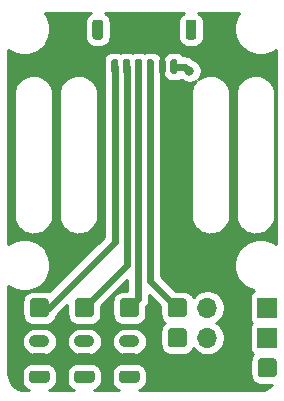
<source format=gbr>
%TF.GenerationSoftware,KiCad,Pcbnew,(5.1.9)-1*%
%TF.CreationDate,2022-05-31T00:32:49+01:00*%
%TF.ProjectId,board,626f6172-642e-46b6-9963-61645f706362,rev?*%
%TF.SameCoordinates,Original*%
%TF.FileFunction,Copper,L1,Top*%
%TF.FilePolarity,Positive*%
%FSLAX46Y46*%
G04 Gerber Fmt 4.6, Leading zero omitted, Abs format (unit mm)*
G04 Created by KiCad (PCBNEW (5.1.9)-1) date 2022-05-31 00:32:49*
%MOMM*%
%LPD*%
G01*
G04 APERTURE LIST*
%TA.AperFunction,ComponentPad*%
%ADD10O,1.730000X1.030000*%
%TD*%
%TA.AperFunction,ComponentPad*%
%ADD11O,1.700000X1.700000*%
%TD*%
%TA.AperFunction,ComponentPad*%
%ADD12R,1.700000X1.700000*%
%TD*%
%TA.AperFunction,ViaPad*%
%ADD13C,0.800000*%
%TD*%
%TA.AperFunction,Conductor*%
%ADD14C,0.600000*%
%TD*%
%TA.AperFunction,Conductor*%
%ADD15C,0.254000*%
%TD*%
%TA.AperFunction,Conductor*%
%ADD16C,0.100000*%
%TD*%
G04 APERTURE END LIST*
%TO.P,J13,1*%
%TO.N,Net-(J1-Pad6)*%
%TA.AperFunction,ComponentPad*%
G36*
G01*
X104686000Y-125434000D02*
X104686000Y-126534000D01*
G75*
G02*
X104436000Y-126784000I-250000J0D01*
G01*
X103336000Y-126784000D01*
G75*
G02*
X103086000Y-126534000I0J250000D01*
G01*
X103086000Y-125434000D01*
G75*
G02*
X103336000Y-125184000I250000J0D01*
G01*
X104436000Y-125184000D01*
G75*
G02*
X104686000Y-125434000I0J-250000D01*
G01*
G37*
%TD.AperFunction*%
%TD*%
%TO.P,J12,1*%
%TO.N,Net-(J11-Pad3)*%
%TA.AperFunction,ComponentPad*%
G36*
G01*
X116120000Y-129324000D02*
X115020000Y-129324000D01*
G75*
G02*
X114770000Y-129074000I0J250000D01*
G01*
X114770000Y-127974000D01*
G75*
G02*
X115020000Y-127724000I250000J0D01*
G01*
X116120000Y-127724000D01*
G75*
G02*
X116370000Y-127974000I0J-250000D01*
G01*
X116370000Y-129074000D01*
G75*
G02*
X116120000Y-129324000I-250000J0D01*
G01*
G37*
%TD.AperFunction*%
%TD*%
%TO.P,J10,1*%
%TO.N,+BATT*%
%TA.AperFunction,ComponentPad*%
G36*
G01*
X120100000Y-130264000D02*
X121200000Y-130264000D01*
G75*
G02*
X121450000Y-130514000I0J-250000D01*
G01*
X121450000Y-131614000D01*
G75*
G02*
X121200000Y-131864000I-250000J0D01*
G01*
X120100000Y-131864000D01*
G75*
G02*
X119850000Y-131614000I0J250000D01*
G01*
X119850000Y-130514000D01*
G75*
G02*
X120100000Y-130264000I250000J0D01*
G01*
G37*
%TD.AperFunction*%
%TD*%
%TO.P,J9,1*%
%TO.N,Net-(J1-Pad3)*%
%TA.AperFunction,ComponentPad*%
G36*
G01*
X116120000Y-126784000D02*
X115020000Y-126784000D01*
G75*
G02*
X114770000Y-126534000I0J250000D01*
G01*
X114770000Y-125434000D01*
G75*
G02*
X115020000Y-125184000I250000J0D01*
G01*
X116120000Y-125184000D01*
G75*
G02*
X116370000Y-125434000I0J-250000D01*
G01*
X116370000Y-126534000D01*
G75*
G02*
X116120000Y-126784000I-250000J0D01*
G01*
G37*
%TD.AperFunction*%
%TD*%
%TO.P,J8,1*%
%TO.N,Net-(J1-Pad4)*%
%TA.AperFunction,ComponentPad*%
G36*
G01*
X110706000Y-126534000D02*
X110706000Y-125434000D01*
G75*
G02*
X110956000Y-125184000I250000J0D01*
G01*
X112056000Y-125184000D01*
G75*
G02*
X112306000Y-125434000I0J-250000D01*
G01*
X112306000Y-126534000D01*
G75*
G02*
X112056000Y-126784000I-250000J0D01*
G01*
X110956000Y-126784000D01*
G75*
G02*
X110706000Y-126534000I0J250000D01*
G01*
G37*
%TD.AperFunction*%
%TD*%
%TO.P,J7,1*%
%TO.N,Net-(J1-Pad5)*%
%TA.AperFunction,ComponentPad*%
G36*
G01*
X106896000Y-126534000D02*
X106896000Y-125434000D01*
G75*
G02*
X107146000Y-125184000I250000J0D01*
G01*
X108246000Y-125184000D01*
G75*
G02*
X108496000Y-125434000I0J-250000D01*
G01*
X108496000Y-126534000D01*
G75*
G02*
X108246000Y-126784000I-250000J0D01*
G01*
X107146000Y-126784000D01*
G75*
G02*
X106896000Y-126534000I0J250000D01*
G01*
G37*
%TD.AperFunction*%
%TD*%
%TO.P,J6,1*%
%TO.N,GND*%
%TA.AperFunction,ComponentPad*%
G36*
G01*
X122640000Y-130264000D02*
X123740000Y-130264000D01*
G75*
G02*
X123990000Y-130514000I0J-250000D01*
G01*
X123990000Y-131614000D01*
G75*
G02*
X123740000Y-131864000I-250000J0D01*
G01*
X122640000Y-131864000D01*
G75*
G02*
X122390000Y-131614000I0J250000D01*
G01*
X122390000Y-130514000D01*
G75*
G02*
X122640000Y-130264000I250000J0D01*
G01*
G37*
%TD.AperFunction*%
%TD*%
D10*
%TO.P,J4,3*%
%TO.N,Net-(J1-Pad4)*%
X111506000Y-128826000D03*
%TO.P,J4,2*%
%TO.N,+BATT*%
X111506000Y-130326000D03*
%TO.P,J4,1*%
%TO.N,GND*%
%TA.AperFunction,ComponentPad*%
G36*
G01*
X112121001Y-132341000D02*
X110890999Y-132341000D01*
G75*
G02*
X110641000Y-132091001I0J249999D01*
G01*
X110641000Y-131560999D01*
G75*
G02*
X110890999Y-131311000I249999J0D01*
G01*
X112121001Y-131311000D01*
G75*
G02*
X112371000Y-131560999I0J-249999D01*
G01*
X112371000Y-132091001D01*
G75*
G02*
X112121001Y-132341000I-249999J0D01*
G01*
G37*
%TD.AperFunction*%
%TD*%
%TO.P,J3,3*%
%TO.N,Net-(J1-Pad5)*%
X107696000Y-128826000D03*
%TO.P,J3,2*%
%TO.N,+BATT*%
X107696000Y-130326000D03*
%TO.P,J3,1*%
%TO.N,GND*%
%TA.AperFunction,ComponentPad*%
G36*
G01*
X108311001Y-132341000D02*
X107080999Y-132341000D01*
G75*
G02*
X106831000Y-132091001I0J249999D01*
G01*
X106831000Y-131560999D01*
G75*
G02*
X107080999Y-131311000I249999J0D01*
G01*
X108311001Y-131311000D01*
G75*
G02*
X108561000Y-131560999I0J-249999D01*
G01*
X108561000Y-132091001D01*
G75*
G02*
X108311001Y-132341000I-249999J0D01*
G01*
G37*
%TD.AperFunction*%
%TD*%
%TO.P,J2,3*%
%TO.N,Net-(J1-Pad6)*%
X103886000Y-128826000D03*
%TO.P,J2,2*%
%TO.N,+BATT*%
X103886000Y-130326000D03*
%TO.P,J2,1*%
%TO.N,GND*%
%TA.AperFunction,ComponentPad*%
G36*
G01*
X104501001Y-132341000D02*
X103270999Y-132341000D01*
G75*
G02*
X103021000Y-132091001I0J249999D01*
G01*
X103021000Y-131560999D01*
G75*
G02*
X103270999Y-131311000I249999J0D01*
G01*
X104501001Y-131311000D01*
G75*
G02*
X104751000Y-131560999I0J-249999D01*
G01*
X104751000Y-132091001D01*
G75*
G02*
X104501001Y-132341000I-249999J0D01*
G01*
G37*
%TD.AperFunction*%
%TD*%
D11*
%TO.P,J11,3*%
%TO.N,Net-(J11-Pad3)*%
X118110000Y-128524000D03*
%TO.P,J11,2*%
%TO.N,+BATT*%
X120650000Y-128524000D03*
D12*
%TO.P,J11,1*%
%TO.N,GND*%
X123190000Y-128524000D03*
%TD*%
%TO.P,J1,MP*%
%TO.N,N/C*%
%TA.AperFunction,SMDPad,CuDef*%
G36*
G01*
X109276000Y-101811000D02*
X109276000Y-103061000D01*
G75*
G02*
X109051000Y-103286000I-225000J0D01*
G01*
X108601000Y-103286000D01*
G75*
G02*
X108376000Y-103061000I0J225000D01*
G01*
X108376000Y-101811000D01*
G75*
G02*
X108601000Y-101586000I225000J0D01*
G01*
X109051000Y-101586000D01*
G75*
G02*
X109276000Y-101811000I0J-225000D01*
G01*
G37*
%TD.AperFunction*%
%TA.AperFunction,SMDPad,CuDef*%
G36*
G01*
X117176000Y-101811000D02*
X117176000Y-103061000D01*
G75*
G02*
X116951000Y-103286000I-225000J0D01*
G01*
X116501000Y-103286000D01*
G75*
G02*
X116276000Y-103061000I0J225000D01*
G01*
X116276000Y-101811000D01*
G75*
G02*
X116501000Y-101586000I225000J0D01*
G01*
X116951000Y-101586000D01*
G75*
G02*
X117176000Y-101811000I0J-225000D01*
G01*
G37*
%TD.AperFunction*%
%TO.P,J1,6*%
%TO.N,Net-(J1-Pad6)*%
%TA.AperFunction,SMDPad,CuDef*%
G36*
G01*
X110576000Y-105086000D02*
X110576000Y-106036000D01*
G75*
G02*
X110426000Y-106186000I-150000J0D01*
G01*
X110126000Y-106186000D01*
G75*
G02*
X109976000Y-106036000I0J150000D01*
G01*
X109976000Y-105086000D01*
G75*
G02*
X110126000Y-104936000I150000J0D01*
G01*
X110426000Y-104936000D01*
G75*
G02*
X110576000Y-105086000I0J-150000D01*
G01*
G37*
%TD.AperFunction*%
%TO.P,J1,5*%
%TO.N,Net-(J1-Pad5)*%
%TA.AperFunction,SMDPad,CuDef*%
G36*
G01*
X111576000Y-105086000D02*
X111576000Y-106036000D01*
G75*
G02*
X111426000Y-106186000I-150000J0D01*
G01*
X111126000Y-106186000D01*
G75*
G02*
X110976000Y-106036000I0J150000D01*
G01*
X110976000Y-105086000D01*
G75*
G02*
X111126000Y-104936000I150000J0D01*
G01*
X111426000Y-104936000D01*
G75*
G02*
X111576000Y-105086000I0J-150000D01*
G01*
G37*
%TD.AperFunction*%
%TO.P,J1,4*%
%TO.N,Net-(J1-Pad4)*%
%TA.AperFunction,SMDPad,CuDef*%
G36*
G01*
X112576000Y-105086000D02*
X112576000Y-106036000D01*
G75*
G02*
X112426000Y-106186000I-150000J0D01*
G01*
X112126000Y-106186000D01*
G75*
G02*
X111976000Y-106036000I0J150000D01*
G01*
X111976000Y-105086000D01*
G75*
G02*
X112126000Y-104936000I150000J0D01*
G01*
X112426000Y-104936000D01*
G75*
G02*
X112576000Y-105086000I0J-150000D01*
G01*
G37*
%TD.AperFunction*%
%TO.P,J1,3*%
%TO.N,Net-(J1-Pad3)*%
%TA.AperFunction,SMDPad,CuDef*%
G36*
G01*
X113576000Y-105086000D02*
X113576000Y-106036000D01*
G75*
G02*
X113426000Y-106186000I-150000J0D01*
G01*
X113126000Y-106186000D01*
G75*
G02*
X112976000Y-106036000I0J150000D01*
G01*
X112976000Y-105086000D01*
G75*
G02*
X113126000Y-104936000I150000J0D01*
G01*
X113426000Y-104936000D01*
G75*
G02*
X113576000Y-105086000I0J-150000D01*
G01*
G37*
%TD.AperFunction*%
%TO.P,J1,2*%
%TO.N,+BATT*%
%TA.AperFunction,SMDPad,CuDef*%
G36*
G01*
X114576000Y-105086000D02*
X114576000Y-106036000D01*
G75*
G02*
X114426000Y-106186000I-150000J0D01*
G01*
X114126000Y-106186000D01*
G75*
G02*
X113976000Y-106036000I0J150000D01*
G01*
X113976000Y-105086000D01*
G75*
G02*
X114126000Y-104936000I150000J0D01*
G01*
X114426000Y-104936000D01*
G75*
G02*
X114576000Y-105086000I0J-150000D01*
G01*
G37*
%TD.AperFunction*%
%TO.P,J1,1*%
%TO.N,GND*%
%TA.AperFunction,SMDPad,CuDef*%
G36*
G01*
X115576000Y-105086000D02*
X115576000Y-106036000D01*
G75*
G02*
X115426000Y-106186000I-150000J0D01*
G01*
X115126000Y-106186000D01*
G75*
G02*
X114976000Y-106036000I0J150000D01*
G01*
X114976000Y-105086000D01*
G75*
G02*
X115126000Y-104936000I150000J0D01*
G01*
X115426000Y-104936000D01*
G75*
G02*
X115576000Y-105086000I0J-150000D01*
G01*
G37*
%TD.AperFunction*%
%TD*%
D11*
%TO.P,J5,3*%
%TO.N,Net-(J1-Pad3)*%
X118110000Y-125984000D03*
%TO.P,J5,2*%
%TO.N,+BATT*%
X120650000Y-125984000D03*
D12*
%TO.P,J5,1*%
%TO.N,GND*%
X123190000Y-125984000D03*
%TD*%
D13*
%TO.N,GND*%
X116586000Y-105918000D03*
%TD*%
D14*
%TO.N,Net-(J1-Pad3)*%
X113276000Y-123690000D02*
X115570000Y-125984000D01*
X113276000Y-105561000D02*
X113276000Y-123690000D01*
%TO.N,GND*%
X116229000Y-105561000D02*
X116586000Y-105918000D01*
X115276000Y-105561000D02*
X116229000Y-105561000D01*
%TO.N,Net-(J1-Pad6)*%
X110276000Y-120394000D02*
X110276000Y-105561000D01*
X104686000Y-125984000D02*
X110276000Y-120394000D01*
X103886000Y-125984000D02*
X104686000Y-125984000D01*
%TO.N,Net-(J1-Pad5)*%
X111276000Y-122404000D02*
X107696000Y-125984000D01*
X111276000Y-105561000D02*
X111276000Y-122404000D01*
%TO.N,Net-(J1-Pad4)*%
X112276000Y-125214000D02*
X111506000Y-125984000D01*
X112276000Y-105561000D02*
X112276000Y-125214000D01*
%TD*%
D15*
%TO.N,+BATT*%
X108121503Y-101093382D02*
X107990716Y-101200716D01*
X107883382Y-101331503D01*
X107803625Y-101480717D01*
X107754512Y-101642623D01*
X107737928Y-101811000D01*
X107737928Y-103061000D01*
X107754512Y-103229377D01*
X107803625Y-103391283D01*
X107883382Y-103540497D01*
X107990716Y-103671284D01*
X108121503Y-103778618D01*
X108270717Y-103858375D01*
X108432623Y-103907488D01*
X108601000Y-103924072D01*
X109051000Y-103924072D01*
X109219377Y-103907488D01*
X109381283Y-103858375D01*
X109530497Y-103778618D01*
X109661284Y-103671284D01*
X109768618Y-103540497D01*
X109848375Y-103391283D01*
X109897488Y-103229377D01*
X109914072Y-103061000D01*
X109914072Y-101811000D01*
X109897488Y-101642623D01*
X109848375Y-101480717D01*
X109768618Y-101331503D01*
X109661284Y-101200716D01*
X109530497Y-101093382D01*
X109423143Y-101036000D01*
X116128857Y-101036000D01*
X116021503Y-101093382D01*
X115890716Y-101200716D01*
X115783382Y-101331503D01*
X115703625Y-101480717D01*
X115654512Y-101642623D01*
X115637928Y-101811000D01*
X115637928Y-103061000D01*
X115654512Y-103229377D01*
X115703625Y-103391283D01*
X115783382Y-103540497D01*
X115890716Y-103671284D01*
X116021503Y-103778618D01*
X116170717Y-103858375D01*
X116332623Y-103907488D01*
X116501000Y-103924072D01*
X116951000Y-103924072D01*
X117119377Y-103907488D01*
X117281283Y-103858375D01*
X117430497Y-103778618D01*
X117561284Y-103671284D01*
X117668618Y-103540497D01*
X117748375Y-103391283D01*
X117797488Y-103229377D01*
X117814072Y-103061000D01*
X117814072Y-101811000D01*
X117797488Y-101642623D01*
X117748375Y-101480717D01*
X117668618Y-101331503D01*
X117561284Y-101200716D01*
X117430497Y-101093382D01*
X117323143Y-101036000D01*
X120812969Y-101036000D01*
X120622458Y-101321120D01*
X120454582Y-101726408D01*
X120369000Y-102156660D01*
X120369000Y-102595340D01*
X120454582Y-103025592D01*
X120622458Y-103430880D01*
X120866176Y-103795630D01*
X121176370Y-104105824D01*
X121541120Y-104349542D01*
X121946408Y-104517418D01*
X122376660Y-104603000D01*
X122815340Y-104603000D01*
X123245592Y-104517418D01*
X123650880Y-104349542D01*
X123936244Y-104158868D01*
X123938494Y-120594635D01*
X123650880Y-120402458D01*
X123245592Y-120234582D01*
X122815340Y-120149000D01*
X122376660Y-120149000D01*
X121946408Y-120234582D01*
X121541120Y-120402458D01*
X121176370Y-120646176D01*
X120866176Y-120956370D01*
X120622458Y-121321120D01*
X120454582Y-121726408D01*
X120369000Y-122156660D01*
X120369000Y-122595340D01*
X120454582Y-123025592D01*
X120622458Y-123430880D01*
X120866176Y-123795630D01*
X121176370Y-124105824D01*
X121541120Y-124349542D01*
X121946408Y-124517418D01*
X122092221Y-124546422D01*
X121985506Y-124603463D01*
X121888815Y-124682815D01*
X121809463Y-124779506D01*
X121750498Y-124889820D01*
X121714188Y-125009518D01*
X121701928Y-125134000D01*
X121701928Y-126834000D01*
X121714188Y-126958482D01*
X121750498Y-127078180D01*
X121809463Y-127188494D01*
X121863222Y-127254000D01*
X121809463Y-127319506D01*
X121750498Y-127429820D01*
X121714188Y-127549518D01*
X121701928Y-127674000D01*
X121701928Y-129374000D01*
X121714188Y-129498482D01*
X121750498Y-129618180D01*
X121809463Y-129728494D01*
X121888815Y-129825185D01*
X121985506Y-129904537D01*
X121993395Y-129908754D01*
X121901595Y-130020614D01*
X121819528Y-130174150D01*
X121768992Y-130340746D01*
X121751928Y-130514000D01*
X121751928Y-131614000D01*
X121768992Y-131787254D01*
X121819528Y-131953850D01*
X121901595Y-132107386D01*
X122012038Y-132241962D01*
X122146614Y-132352405D01*
X122300150Y-132434472D01*
X122466746Y-132485008D01*
X122640000Y-132502072D01*
X123584389Y-132502072D01*
X123548579Y-132545979D01*
X123347546Y-132712288D01*
X123118046Y-132836378D01*
X122868805Y-132913531D01*
X122578911Y-132944000D01*
X112353620Y-132944000D01*
X112460851Y-132911472D01*
X112614387Y-132829405D01*
X112748962Y-132718962D01*
X112859405Y-132584387D01*
X112941472Y-132430851D01*
X112992008Y-132264255D01*
X113009072Y-132091001D01*
X113009072Y-131560999D01*
X112992008Y-131387745D01*
X112941472Y-131221149D01*
X112859405Y-131067613D01*
X112748962Y-130933038D01*
X112614387Y-130822595D01*
X112460851Y-130740528D01*
X112294255Y-130689992D01*
X112121001Y-130672928D01*
X110890999Y-130672928D01*
X110717745Y-130689992D01*
X110551149Y-130740528D01*
X110397613Y-130822595D01*
X110263038Y-130933038D01*
X110152595Y-131067613D01*
X110070528Y-131221149D01*
X110019992Y-131387745D01*
X110002928Y-131560999D01*
X110002928Y-132091001D01*
X110019992Y-132264255D01*
X110070528Y-132430851D01*
X110152595Y-132584387D01*
X110263038Y-132718962D01*
X110397613Y-132829405D01*
X110551149Y-132911472D01*
X110658380Y-132944000D01*
X108543620Y-132944000D01*
X108650851Y-132911472D01*
X108804387Y-132829405D01*
X108938962Y-132718962D01*
X109049405Y-132584387D01*
X109131472Y-132430851D01*
X109182008Y-132264255D01*
X109199072Y-132091001D01*
X109199072Y-131560999D01*
X109182008Y-131387745D01*
X109131472Y-131221149D01*
X109049405Y-131067613D01*
X108938962Y-130933038D01*
X108804387Y-130822595D01*
X108650851Y-130740528D01*
X108484255Y-130689992D01*
X108311001Y-130672928D01*
X107080999Y-130672928D01*
X106907745Y-130689992D01*
X106741149Y-130740528D01*
X106587613Y-130822595D01*
X106453038Y-130933038D01*
X106342595Y-131067613D01*
X106260528Y-131221149D01*
X106209992Y-131387745D01*
X106192928Y-131560999D01*
X106192928Y-132091001D01*
X106209992Y-132264255D01*
X106260528Y-132430851D01*
X106342595Y-132584387D01*
X106453038Y-132718962D01*
X106587613Y-132829405D01*
X106741149Y-132911472D01*
X106848380Y-132944000D01*
X104733620Y-132944000D01*
X104840851Y-132911472D01*
X104994387Y-132829405D01*
X105128962Y-132718962D01*
X105239405Y-132584387D01*
X105321472Y-132430851D01*
X105372008Y-132264255D01*
X105389072Y-132091001D01*
X105389072Y-131560999D01*
X105372008Y-131387745D01*
X105321472Y-131221149D01*
X105239405Y-131067613D01*
X105128962Y-130933038D01*
X104994387Y-130822595D01*
X104840851Y-130740528D01*
X104674255Y-130689992D01*
X104501001Y-130672928D01*
X103270999Y-130672928D01*
X103097745Y-130689992D01*
X102931149Y-130740528D01*
X102777613Y-130822595D01*
X102643038Y-130933038D01*
X102532595Y-131067613D01*
X102450528Y-131221149D01*
X102399992Y-131387745D01*
X102382928Y-131560999D01*
X102382928Y-132091001D01*
X102399992Y-132264255D01*
X102450528Y-132430851D01*
X102532595Y-132584387D01*
X102643038Y-132718962D01*
X102777613Y-132829405D01*
X102931149Y-132911472D01*
X103038380Y-132944000D01*
X102628279Y-132944000D01*
X102336340Y-132915375D01*
X102086571Y-132839965D01*
X101856206Y-132717477D01*
X101654021Y-132552579D01*
X101487712Y-132351546D01*
X101363622Y-132122046D01*
X101286469Y-131872805D01*
X101256000Y-131582911D01*
X101256000Y-128826000D01*
X102380436Y-128826000D01*
X102402640Y-129051439D01*
X102468398Y-129268215D01*
X102575184Y-129467997D01*
X102718893Y-129643107D01*
X102894003Y-129786816D01*
X103093785Y-129893602D01*
X103310561Y-129959360D01*
X103479508Y-129976000D01*
X104292492Y-129976000D01*
X104461439Y-129959360D01*
X104678215Y-129893602D01*
X104877997Y-129786816D01*
X105053107Y-129643107D01*
X105196816Y-129467997D01*
X105303602Y-129268215D01*
X105369360Y-129051439D01*
X105391564Y-128826000D01*
X106190436Y-128826000D01*
X106212640Y-129051439D01*
X106278398Y-129268215D01*
X106385184Y-129467997D01*
X106528893Y-129643107D01*
X106704003Y-129786816D01*
X106903785Y-129893602D01*
X107120561Y-129959360D01*
X107289508Y-129976000D01*
X108102492Y-129976000D01*
X108271439Y-129959360D01*
X108488215Y-129893602D01*
X108687997Y-129786816D01*
X108863107Y-129643107D01*
X109006816Y-129467997D01*
X109113602Y-129268215D01*
X109179360Y-129051439D01*
X109201564Y-128826000D01*
X110000436Y-128826000D01*
X110022640Y-129051439D01*
X110088398Y-129268215D01*
X110195184Y-129467997D01*
X110338893Y-129643107D01*
X110514003Y-129786816D01*
X110713785Y-129893602D01*
X110930561Y-129959360D01*
X111099508Y-129976000D01*
X111912492Y-129976000D01*
X112081439Y-129959360D01*
X112298215Y-129893602D01*
X112497997Y-129786816D01*
X112673107Y-129643107D01*
X112816816Y-129467997D01*
X112923602Y-129268215D01*
X112989360Y-129051439D01*
X113011564Y-128826000D01*
X112989360Y-128600561D01*
X112923602Y-128383785D01*
X112816816Y-128184003D01*
X112673107Y-128008893D01*
X112497997Y-127865184D01*
X112298215Y-127758398D01*
X112081439Y-127692640D01*
X111912492Y-127676000D01*
X111099508Y-127676000D01*
X110930561Y-127692640D01*
X110713785Y-127758398D01*
X110514003Y-127865184D01*
X110338893Y-128008893D01*
X110195184Y-128184003D01*
X110088398Y-128383785D01*
X110022640Y-128600561D01*
X110000436Y-128826000D01*
X109201564Y-128826000D01*
X109179360Y-128600561D01*
X109113602Y-128383785D01*
X109006816Y-128184003D01*
X108863107Y-128008893D01*
X108687997Y-127865184D01*
X108488215Y-127758398D01*
X108271439Y-127692640D01*
X108102492Y-127676000D01*
X107289508Y-127676000D01*
X107120561Y-127692640D01*
X106903785Y-127758398D01*
X106704003Y-127865184D01*
X106528893Y-128008893D01*
X106385184Y-128184003D01*
X106278398Y-128383785D01*
X106212640Y-128600561D01*
X106190436Y-128826000D01*
X105391564Y-128826000D01*
X105369360Y-128600561D01*
X105303602Y-128383785D01*
X105196816Y-128184003D01*
X105053107Y-128008893D01*
X104877997Y-127865184D01*
X104678215Y-127758398D01*
X104461439Y-127692640D01*
X104292492Y-127676000D01*
X103479508Y-127676000D01*
X103310561Y-127692640D01*
X103093785Y-127758398D01*
X102894003Y-127865184D01*
X102718893Y-128008893D01*
X102575184Y-128184003D01*
X102468398Y-128383785D01*
X102402640Y-128600561D01*
X102380436Y-128826000D01*
X101256000Y-128826000D01*
X101256000Y-125434000D01*
X102447928Y-125434000D01*
X102447928Y-126534000D01*
X102464992Y-126707254D01*
X102515528Y-126873850D01*
X102597595Y-127027386D01*
X102708038Y-127161962D01*
X102842614Y-127272405D01*
X102996150Y-127354472D01*
X103162746Y-127405008D01*
X103336000Y-127422072D01*
X104436000Y-127422072D01*
X104609254Y-127405008D01*
X104775850Y-127354472D01*
X104929386Y-127272405D01*
X105063962Y-127161962D01*
X105174405Y-127027386D01*
X105256472Y-126873850D01*
X105307008Y-126707254D01*
X105309509Y-126681856D01*
X105350344Y-126648344D01*
X105379630Y-126612659D01*
X106257928Y-125734361D01*
X106257928Y-126534000D01*
X106274992Y-126707254D01*
X106325528Y-126873850D01*
X106407595Y-127027386D01*
X106518038Y-127161962D01*
X106652614Y-127272405D01*
X106806150Y-127354472D01*
X106972746Y-127405008D01*
X107146000Y-127422072D01*
X108246000Y-127422072D01*
X108419254Y-127405008D01*
X108585850Y-127354472D01*
X108739386Y-127272405D01*
X108873962Y-127161962D01*
X108984405Y-127027386D01*
X109066472Y-126873850D01*
X109117008Y-126707254D01*
X109134072Y-126534000D01*
X109134072Y-125868217D01*
X111341001Y-123661288D01*
X111341001Y-124545928D01*
X110956000Y-124545928D01*
X110782746Y-124562992D01*
X110616150Y-124613528D01*
X110462614Y-124695595D01*
X110328038Y-124806038D01*
X110217595Y-124940614D01*
X110135528Y-125094150D01*
X110084992Y-125260746D01*
X110067928Y-125434000D01*
X110067928Y-126534000D01*
X110084992Y-126707254D01*
X110135528Y-126873850D01*
X110217595Y-127027386D01*
X110328038Y-127161962D01*
X110462614Y-127272405D01*
X110616150Y-127354472D01*
X110782746Y-127405008D01*
X110956000Y-127422072D01*
X112056000Y-127422072D01*
X112229254Y-127405008D01*
X112395850Y-127354472D01*
X112549386Y-127272405D01*
X112683962Y-127161962D01*
X112794405Y-127027386D01*
X112876472Y-126873850D01*
X112927008Y-126707254D01*
X112944072Y-126534000D01*
X112944072Y-125873801D01*
X113057186Y-125735972D01*
X113144007Y-125573540D01*
X113197471Y-125397292D01*
X113211000Y-125259932D01*
X113211000Y-125259926D01*
X113215523Y-125214001D01*
X113211000Y-125168076D01*
X113211000Y-124947289D01*
X114131928Y-125868217D01*
X114131928Y-126534000D01*
X114148992Y-126707254D01*
X114199528Y-126873850D01*
X114281595Y-127027386D01*
X114392038Y-127161962D01*
X114504187Y-127254000D01*
X114392038Y-127346038D01*
X114281595Y-127480614D01*
X114199528Y-127634150D01*
X114148992Y-127800746D01*
X114131928Y-127974000D01*
X114131928Y-129074000D01*
X114148992Y-129247254D01*
X114199528Y-129413850D01*
X114281595Y-129567386D01*
X114392038Y-129701962D01*
X114526614Y-129812405D01*
X114680150Y-129894472D01*
X114846746Y-129945008D01*
X115020000Y-129962072D01*
X116120000Y-129962072D01*
X116293254Y-129945008D01*
X116459850Y-129894472D01*
X116613386Y-129812405D01*
X116747962Y-129701962D01*
X116858405Y-129567386D01*
X116930745Y-129432049D01*
X116956525Y-129470632D01*
X117163368Y-129677475D01*
X117406589Y-129839990D01*
X117676842Y-129951932D01*
X117963740Y-130009000D01*
X118256260Y-130009000D01*
X118543158Y-129951932D01*
X118813411Y-129839990D01*
X119056632Y-129677475D01*
X119263475Y-129470632D01*
X119425990Y-129227411D01*
X119537932Y-128957158D01*
X119595000Y-128670260D01*
X119595000Y-128377740D01*
X119537932Y-128090842D01*
X119425990Y-127820589D01*
X119263475Y-127577368D01*
X119056632Y-127370525D01*
X118882240Y-127254000D01*
X119056632Y-127137475D01*
X119263475Y-126930632D01*
X119425990Y-126687411D01*
X119537932Y-126417158D01*
X119595000Y-126130260D01*
X119595000Y-125837740D01*
X119537932Y-125550842D01*
X119425990Y-125280589D01*
X119263475Y-125037368D01*
X119056632Y-124830525D01*
X118813411Y-124668010D01*
X118543158Y-124556068D01*
X118256260Y-124499000D01*
X117963740Y-124499000D01*
X117676842Y-124556068D01*
X117406589Y-124668010D01*
X117163368Y-124830525D01*
X116956525Y-125037368D01*
X116930745Y-125075951D01*
X116858405Y-124940614D01*
X116747962Y-124806038D01*
X116613386Y-124695595D01*
X116459850Y-124613528D01*
X116293254Y-124562992D01*
X116120000Y-124545928D01*
X115454217Y-124545928D01*
X114211000Y-123302711D01*
X114211000Y-106067190D01*
X114214072Y-106036000D01*
X114214072Y-105561000D01*
X114336476Y-105561000D01*
X114337928Y-105575742D01*
X114337928Y-106036000D01*
X114353071Y-106189745D01*
X114397916Y-106337582D01*
X114470742Y-106473829D01*
X114568749Y-106593251D01*
X114688171Y-106691258D01*
X114824418Y-106764084D01*
X114972255Y-106808929D01*
X115126000Y-106824072D01*
X115426000Y-106824072D01*
X115579745Y-106808929D01*
X115727582Y-106764084D01*
X115863829Y-106691258D01*
X115881250Y-106676961D01*
X115926226Y-106721937D01*
X116095744Y-106835205D01*
X116284102Y-106913226D01*
X116484061Y-106953000D01*
X116687939Y-106953000D01*
X116887898Y-106913226D01*
X117076256Y-106835205D01*
X117186908Y-106761270D01*
X117180237Y-106767988D01*
X117137487Y-106809851D01*
X117131613Y-106816952D01*
X117006289Y-106970614D01*
X116973174Y-107020456D01*
X116939390Y-107069796D01*
X116935007Y-107077902D01*
X116841916Y-107252980D01*
X116819125Y-107308275D01*
X116795554Y-107363270D01*
X116792829Y-107372073D01*
X116735518Y-107561900D01*
X116723900Y-107620580D01*
X116711463Y-107679087D01*
X116710500Y-107688252D01*
X116691150Y-107885594D01*
X116691150Y-107885599D01*
X116688000Y-107917582D01*
X116688001Y-118142419D01*
X116691249Y-118175397D01*
X116691249Y-118188591D01*
X116692212Y-118197756D01*
X116714315Y-118394808D01*
X116726747Y-118453295D01*
X116738370Y-118511997D01*
X116741096Y-118520800D01*
X116801052Y-118709808D01*
X116824612Y-118764778D01*
X116847414Y-118820099D01*
X116851797Y-118828205D01*
X116947324Y-119001966D01*
X116981130Y-119051338D01*
X117014221Y-119101144D01*
X117020095Y-119108245D01*
X117147552Y-119260142D01*
X117190263Y-119301968D01*
X117232441Y-119344442D01*
X117239583Y-119350266D01*
X117394116Y-119474515D01*
X117444170Y-119507269D01*
X117493765Y-119540722D01*
X117501901Y-119545048D01*
X117677625Y-119636914D01*
X117733078Y-119659318D01*
X117788233Y-119682503D01*
X117797055Y-119685166D01*
X117987276Y-119741151D01*
X118046010Y-119752355D01*
X118104633Y-119764389D01*
X118113805Y-119765288D01*
X118311277Y-119783259D01*
X118371094Y-119782841D01*
X118430911Y-119783259D01*
X118440083Y-119782359D01*
X118637284Y-119761632D01*
X118695834Y-119749613D01*
X118754639Y-119738396D01*
X118763461Y-119735732D01*
X118952882Y-119677097D01*
X119008009Y-119653924D01*
X119063492Y-119631507D01*
X119071629Y-119627181D01*
X119246052Y-119532870D01*
X119295636Y-119499425D01*
X119345699Y-119466665D01*
X119352840Y-119460841D01*
X119505624Y-119334446D01*
X119547744Y-119292031D01*
X119590513Y-119250149D01*
X119596387Y-119243048D01*
X119721711Y-119089386D01*
X119754803Y-119039577D01*
X119788610Y-118990205D01*
X119792993Y-118982098D01*
X119886084Y-118807020D01*
X119908875Y-118751725D01*
X119932446Y-118696730D01*
X119935171Y-118687926D01*
X119992482Y-118498100D01*
X120004098Y-118439434D01*
X120016537Y-118380913D01*
X120017500Y-118371748D01*
X120036850Y-118174407D01*
X120036850Y-118174402D01*
X120040000Y-118142419D01*
X120040000Y-107917582D01*
X120498000Y-107917582D01*
X120498001Y-118142419D01*
X120501249Y-118175397D01*
X120501249Y-118188591D01*
X120502212Y-118197756D01*
X120524315Y-118394808D01*
X120536747Y-118453295D01*
X120548370Y-118511997D01*
X120551096Y-118520800D01*
X120611052Y-118709808D01*
X120634612Y-118764778D01*
X120657414Y-118820099D01*
X120661797Y-118828205D01*
X120757324Y-119001966D01*
X120791130Y-119051338D01*
X120824221Y-119101144D01*
X120830095Y-119108245D01*
X120957552Y-119260142D01*
X121000263Y-119301968D01*
X121042441Y-119344442D01*
X121049583Y-119350266D01*
X121204116Y-119474515D01*
X121254170Y-119507269D01*
X121303765Y-119540722D01*
X121311901Y-119545048D01*
X121487625Y-119636914D01*
X121543078Y-119659318D01*
X121598233Y-119682503D01*
X121607055Y-119685166D01*
X121797276Y-119741151D01*
X121856010Y-119752355D01*
X121914633Y-119764389D01*
X121923805Y-119765288D01*
X122121277Y-119783259D01*
X122181094Y-119782841D01*
X122240911Y-119783259D01*
X122250083Y-119782359D01*
X122447284Y-119761632D01*
X122505834Y-119749613D01*
X122564639Y-119738396D01*
X122573461Y-119735732D01*
X122762882Y-119677097D01*
X122818009Y-119653924D01*
X122873492Y-119631507D01*
X122881629Y-119627181D01*
X123056052Y-119532870D01*
X123105636Y-119499425D01*
X123155699Y-119466665D01*
X123162840Y-119460841D01*
X123315624Y-119334446D01*
X123357744Y-119292031D01*
X123400513Y-119250149D01*
X123406387Y-119243048D01*
X123531711Y-119089386D01*
X123564803Y-119039577D01*
X123598610Y-118990205D01*
X123602993Y-118982098D01*
X123696084Y-118807020D01*
X123718875Y-118751725D01*
X123742446Y-118696730D01*
X123745171Y-118687926D01*
X123802482Y-118498100D01*
X123814098Y-118439434D01*
X123826537Y-118380913D01*
X123827500Y-118371748D01*
X123846850Y-118174407D01*
X123846850Y-118174402D01*
X123850000Y-118142419D01*
X123850000Y-107917581D01*
X123846751Y-107884593D01*
X123846751Y-107871409D01*
X123845788Y-107862244D01*
X123823685Y-107665192D01*
X123811251Y-107606699D01*
X123799630Y-107548003D01*
X123796904Y-107539200D01*
X123736948Y-107350193D01*
X123713400Y-107295249D01*
X123690586Y-107239900D01*
X123686203Y-107231794D01*
X123590676Y-107058034D01*
X123556892Y-107008695D01*
X123523779Y-106958855D01*
X123517905Y-106951755D01*
X123390448Y-106799857D01*
X123347718Y-106758013D01*
X123305559Y-106715558D01*
X123298417Y-106709734D01*
X123143883Y-106585485D01*
X123093847Y-106552742D01*
X123044235Y-106519278D01*
X123036098Y-106514952D01*
X122860375Y-106423086D01*
X122804936Y-106400688D01*
X122749768Y-106377497D01*
X122740946Y-106374834D01*
X122550724Y-106318849D01*
X122492016Y-106307650D01*
X122433367Y-106295611D01*
X122424195Y-106294712D01*
X122226723Y-106276741D01*
X122166906Y-106277159D01*
X122107088Y-106276741D01*
X122097917Y-106277641D01*
X121900715Y-106298368D01*
X121842151Y-106310390D01*
X121783362Y-106321604D01*
X121774540Y-106324268D01*
X121585118Y-106382903D01*
X121530005Y-106406071D01*
X121474507Y-106428493D01*
X121466371Y-106432820D01*
X121291947Y-106527130D01*
X121242331Y-106560597D01*
X121192301Y-106593335D01*
X121185160Y-106599159D01*
X121032376Y-106725553D01*
X120990237Y-106767988D01*
X120947487Y-106809851D01*
X120941613Y-106816952D01*
X120816289Y-106970614D01*
X120783174Y-107020456D01*
X120749390Y-107069796D01*
X120745007Y-107077902D01*
X120651916Y-107252980D01*
X120629125Y-107308275D01*
X120605554Y-107363270D01*
X120602829Y-107372073D01*
X120545518Y-107561900D01*
X120533900Y-107620580D01*
X120521463Y-107679087D01*
X120520500Y-107688252D01*
X120501150Y-107885594D01*
X120501150Y-107885599D01*
X120498000Y-107917582D01*
X120040000Y-107917582D01*
X120040000Y-107917581D01*
X120036751Y-107884593D01*
X120036751Y-107871409D01*
X120035788Y-107862244D01*
X120013685Y-107665192D01*
X120001251Y-107606699D01*
X119989630Y-107548003D01*
X119986904Y-107539200D01*
X119926948Y-107350193D01*
X119903400Y-107295249D01*
X119880586Y-107239900D01*
X119876203Y-107231794D01*
X119780676Y-107058034D01*
X119746892Y-107008695D01*
X119713779Y-106958855D01*
X119707905Y-106951755D01*
X119580448Y-106799857D01*
X119537718Y-106758013D01*
X119495559Y-106715558D01*
X119488417Y-106709734D01*
X119333883Y-106585485D01*
X119283847Y-106552742D01*
X119234235Y-106519278D01*
X119226098Y-106514952D01*
X119050375Y-106423086D01*
X118994936Y-106400688D01*
X118939768Y-106377497D01*
X118930946Y-106374834D01*
X118740724Y-106318849D01*
X118682016Y-106307650D01*
X118623367Y-106295611D01*
X118614195Y-106294712D01*
X118416723Y-106276741D01*
X118356906Y-106277159D01*
X118297088Y-106276741D01*
X118287917Y-106277641D01*
X118090715Y-106298368D01*
X118032151Y-106310390D01*
X117973362Y-106321604D01*
X117964540Y-106324268D01*
X117775118Y-106382903D01*
X117720005Y-106406071D01*
X117664507Y-106428493D01*
X117656371Y-106432820D01*
X117481947Y-106527130D01*
X117432331Y-106560597D01*
X117382301Y-106593335D01*
X117375160Y-106599159D01*
X117336903Y-106630808D01*
X117389937Y-106577774D01*
X117503205Y-106408256D01*
X117581226Y-106219898D01*
X117621000Y-106019939D01*
X117621000Y-105816061D01*
X117581226Y-105616102D01*
X117503205Y-105427744D01*
X117389937Y-105258226D01*
X117245774Y-105114063D01*
X117076256Y-105000795D01*
X116930858Y-104940569D01*
X116922630Y-104932341D01*
X116893344Y-104896656D01*
X116750972Y-104779814D01*
X116588540Y-104692993D01*
X116412292Y-104639529D01*
X116274932Y-104626000D01*
X116229000Y-104621476D01*
X116183068Y-104626000D01*
X116063063Y-104626000D01*
X115983251Y-104528749D01*
X115863829Y-104430742D01*
X115727582Y-104357916D01*
X115579745Y-104313071D01*
X115426000Y-104297928D01*
X115126000Y-104297928D01*
X114972255Y-104313071D01*
X114824418Y-104357916D01*
X114688171Y-104430742D01*
X114568749Y-104528749D01*
X114470742Y-104648171D01*
X114397916Y-104784418D01*
X114353071Y-104932255D01*
X114337928Y-105086000D01*
X114337928Y-105546258D01*
X114336476Y-105561000D01*
X114214072Y-105561000D01*
X114214072Y-105086000D01*
X114198929Y-104932255D01*
X114154084Y-104784418D01*
X114081258Y-104648171D01*
X113983251Y-104528749D01*
X113863829Y-104430742D01*
X113727582Y-104357916D01*
X113579745Y-104313071D01*
X113426000Y-104297928D01*
X113126000Y-104297928D01*
X112972255Y-104313071D01*
X112824418Y-104357916D01*
X112776000Y-104383796D01*
X112727582Y-104357916D01*
X112579745Y-104313071D01*
X112426000Y-104297928D01*
X112126000Y-104297928D01*
X111972255Y-104313071D01*
X111824418Y-104357916D01*
X111776000Y-104383796D01*
X111727582Y-104357916D01*
X111579745Y-104313071D01*
X111426000Y-104297928D01*
X111126000Y-104297928D01*
X110972255Y-104313071D01*
X110824418Y-104357916D01*
X110776000Y-104383796D01*
X110727582Y-104357916D01*
X110579745Y-104313071D01*
X110426000Y-104297928D01*
X110126000Y-104297928D01*
X109972255Y-104313071D01*
X109824418Y-104357916D01*
X109688171Y-104430742D01*
X109568749Y-104528749D01*
X109470742Y-104648171D01*
X109397916Y-104784418D01*
X109353071Y-104932255D01*
X109337928Y-105086000D01*
X109337928Y-106036000D01*
X109341001Y-106067199D01*
X109341000Y-120006711D01*
X104743881Y-124603830D01*
X104609254Y-124562992D01*
X104436000Y-124545928D01*
X103336000Y-124545928D01*
X103162746Y-124562992D01*
X102996150Y-124613528D01*
X102842614Y-124695595D01*
X102708038Y-124806038D01*
X102597595Y-124940614D01*
X102515528Y-125094150D01*
X102464992Y-125260746D01*
X102447928Y-125434000D01*
X101256000Y-125434000D01*
X101256000Y-124159031D01*
X101541120Y-124349542D01*
X101946408Y-124517418D01*
X102376660Y-124603000D01*
X102815340Y-124603000D01*
X103245592Y-124517418D01*
X103650880Y-124349542D01*
X104015630Y-124105824D01*
X104325824Y-123795630D01*
X104569542Y-123430880D01*
X104737418Y-123025592D01*
X104823000Y-122595340D01*
X104823000Y-122156660D01*
X104737418Y-121726408D01*
X104569542Y-121321120D01*
X104325824Y-120956370D01*
X104015630Y-120646176D01*
X103650880Y-120402458D01*
X103245592Y-120234582D01*
X102815340Y-120149000D01*
X102376660Y-120149000D01*
X101946408Y-120234582D01*
X101541120Y-120402458D01*
X101256000Y-120592969D01*
X101256000Y-107917582D01*
X101702000Y-107917582D01*
X101702001Y-118142419D01*
X101705249Y-118175397D01*
X101705249Y-118188591D01*
X101706212Y-118197756D01*
X101728315Y-118394808D01*
X101740747Y-118453295D01*
X101752370Y-118511997D01*
X101755096Y-118520800D01*
X101815052Y-118709808D01*
X101838612Y-118764778D01*
X101861414Y-118820099D01*
X101865797Y-118828205D01*
X101961324Y-119001966D01*
X101995130Y-119051338D01*
X102028221Y-119101144D01*
X102034095Y-119108245D01*
X102161552Y-119260142D01*
X102204263Y-119301968D01*
X102246441Y-119344442D01*
X102253583Y-119350266D01*
X102408116Y-119474515D01*
X102458170Y-119507269D01*
X102507765Y-119540722D01*
X102515901Y-119545048D01*
X102691625Y-119636914D01*
X102747078Y-119659318D01*
X102802233Y-119682503D01*
X102811055Y-119685166D01*
X103001276Y-119741151D01*
X103060010Y-119752355D01*
X103118633Y-119764389D01*
X103127805Y-119765288D01*
X103325277Y-119783259D01*
X103385094Y-119782841D01*
X103444911Y-119783259D01*
X103454083Y-119782359D01*
X103651284Y-119761632D01*
X103709834Y-119749613D01*
X103768639Y-119738396D01*
X103777461Y-119735732D01*
X103966882Y-119677097D01*
X104022009Y-119653924D01*
X104077492Y-119631507D01*
X104085629Y-119627181D01*
X104260052Y-119532870D01*
X104309636Y-119499425D01*
X104359699Y-119466665D01*
X104366840Y-119460841D01*
X104519624Y-119334446D01*
X104561744Y-119292031D01*
X104604513Y-119250149D01*
X104610387Y-119243048D01*
X104735711Y-119089386D01*
X104768803Y-119039577D01*
X104802610Y-118990205D01*
X104806993Y-118982098D01*
X104900084Y-118807020D01*
X104922875Y-118751725D01*
X104946446Y-118696730D01*
X104949171Y-118687926D01*
X105006482Y-118498100D01*
X105018098Y-118439434D01*
X105030537Y-118380913D01*
X105031500Y-118371748D01*
X105050850Y-118174407D01*
X105050850Y-118174402D01*
X105054000Y-118142419D01*
X105054000Y-107917582D01*
X105512000Y-107917582D01*
X105512001Y-118142419D01*
X105515249Y-118175397D01*
X105515249Y-118188591D01*
X105516212Y-118197756D01*
X105538315Y-118394808D01*
X105550747Y-118453295D01*
X105562370Y-118511997D01*
X105565096Y-118520800D01*
X105625052Y-118709808D01*
X105648612Y-118764778D01*
X105671414Y-118820099D01*
X105675797Y-118828205D01*
X105771324Y-119001966D01*
X105805130Y-119051338D01*
X105838221Y-119101144D01*
X105844095Y-119108245D01*
X105971552Y-119260142D01*
X106014263Y-119301968D01*
X106056441Y-119344442D01*
X106063583Y-119350266D01*
X106218116Y-119474515D01*
X106268170Y-119507269D01*
X106317765Y-119540722D01*
X106325901Y-119545048D01*
X106501625Y-119636914D01*
X106557078Y-119659318D01*
X106612233Y-119682503D01*
X106621055Y-119685166D01*
X106811276Y-119741151D01*
X106870010Y-119752355D01*
X106928633Y-119764389D01*
X106937805Y-119765288D01*
X107135277Y-119783259D01*
X107195094Y-119782841D01*
X107254911Y-119783259D01*
X107264083Y-119782359D01*
X107461284Y-119761632D01*
X107519834Y-119749613D01*
X107578639Y-119738396D01*
X107587461Y-119735732D01*
X107776882Y-119677097D01*
X107832009Y-119653924D01*
X107887492Y-119631507D01*
X107895629Y-119627181D01*
X108070052Y-119532870D01*
X108119636Y-119499425D01*
X108169699Y-119466665D01*
X108176840Y-119460841D01*
X108329624Y-119334446D01*
X108371744Y-119292031D01*
X108414513Y-119250149D01*
X108420387Y-119243048D01*
X108545711Y-119089386D01*
X108578803Y-119039577D01*
X108612610Y-118990205D01*
X108616993Y-118982098D01*
X108710084Y-118807020D01*
X108732875Y-118751725D01*
X108756446Y-118696730D01*
X108759171Y-118687926D01*
X108816482Y-118498100D01*
X108828098Y-118439434D01*
X108840537Y-118380913D01*
X108841500Y-118371748D01*
X108860850Y-118174407D01*
X108860850Y-118174402D01*
X108864000Y-118142419D01*
X108864000Y-107917581D01*
X108860751Y-107884593D01*
X108860751Y-107871409D01*
X108859788Y-107862244D01*
X108837685Y-107665192D01*
X108825251Y-107606699D01*
X108813630Y-107548003D01*
X108810904Y-107539200D01*
X108750948Y-107350193D01*
X108727400Y-107295249D01*
X108704586Y-107239900D01*
X108700203Y-107231794D01*
X108604676Y-107058034D01*
X108570892Y-107008695D01*
X108537779Y-106958855D01*
X108531905Y-106951755D01*
X108404448Y-106799857D01*
X108361718Y-106758013D01*
X108319559Y-106715558D01*
X108312417Y-106709734D01*
X108157883Y-106585485D01*
X108107847Y-106552742D01*
X108058235Y-106519278D01*
X108050098Y-106514952D01*
X107874375Y-106423086D01*
X107818936Y-106400688D01*
X107763768Y-106377497D01*
X107754946Y-106374834D01*
X107564724Y-106318849D01*
X107506016Y-106307650D01*
X107447367Y-106295611D01*
X107438195Y-106294712D01*
X107240723Y-106276741D01*
X107180906Y-106277159D01*
X107121088Y-106276741D01*
X107111917Y-106277641D01*
X106914715Y-106298368D01*
X106856151Y-106310390D01*
X106797362Y-106321604D01*
X106788540Y-106324268D01*
X106599118Y-106382903D01*
X106544005Y-106406071D01*
X106488507Y-106428493D01*
X106480371Y-106432820D01*
X106305947Y-106527130D01*
X106256331Y-106560597D01*
X106206301Y-106593335D01*
X106199160Y-106599159D01*
X106046376Y-106725553D01*
X106004237Y-106767988D01*
X105961487Y-106809851D01*
X105955613Y-106816952D01*
X105830289Y-106970614D01*
X105797174Y-107020456D01*
X105763390Y-107069796D01*
X105759007Y-107077902D01*
X105665916Y-107252980D01*
X105643125Y-107308275D01*
X105619554Y-107363270D01*
X105616829Y-107372073D01*
X105559518Y-107561900D01*
X105547900Y-107620580D01*
X105535463Y-107679087D01*
X105534500Y-107688252D01*
X105515150Y-107885594D01*
X105515150Y-107885599D01*
X105512000Y-107917582D01*
X105054000Y-107917582D01*
X105054000Y-107917581D01*
X105050751Y-107884593D01*
X105050751Y-107871409D01*
X105049788Y-107862244D01*
X105027685Y-107665192D01*
X105015251Y-107606699D01*
X105003630Y-107548003D01*
X105000904Y-107539200D01*
X104940948Y-107350193D01*
X104917400Y-107295249D01*
X104894586Y-107239900D01*
X104890203Y-107231794D01*
X104794676Y-107058034D01*
X104760892Y-107008695D01*
X104727779Y-106958855D01*
X104721905Y-106951755D01*
X104594448Y-106799857D01*
X104551718Y-106758013D01*
X104509559Y-106715558D01*
X104502417Y-106709734D01*
X104347883Y-106585485D01*
X104297847Y-106552742D01*
X104248235Y-106519278D01*
X104240098Y-106514952D01*
X104064375Y-106423086D01*
X104008936Y-106400688D01*
X103953768Y-106377497D01*
X103944946Y-106374834D01*
X103754724Y-106318849D01*
X103696016Y-106307650D01*
X103637367Y-106295611D01*
X103628195Y-106294712D01*
X103430723Y-106276741D01*
X103370906Y-106277159D01*
X103311088Y-106276741D01*
X103301917Y-106277641D01*
X103104715Y-106298368D01*
X103046151Y-106310390D01*
X102987362Y-106321604D01*
X102978540Y-106324268D01*
X102789118Y-106382903D01*
X102734005Y-106406071D01*
X102678507Y-106428493D01*
X102670371Y-106432820D01*
X102495947Y-106527130D01*
X102446331Y-106560597D01*
X102396301Y-106593335D01*
X102389160Y-106599159D01*
X102236376Y-106725553D01*
X102194237Y-106767988D01*
X102151487Y-106809851D01*
X102145613Y-106816952D01*
X102020289Y-106970614D01*
X101987174Y-107020456D01*
X101953390Y-107069796D01*
X101949007Y-107077902D01*
X101855916Y-107252980D01*
X101833125Y-107308275D01*
X101809554Y-107363270D01*
X101806829Y-107372073D01*
X101749518Y-107561900D01*
X101737900Y-107620580D01*
X101725463Y-107679087D01*
X101724500Y-107688252D01*
X101705150Y-107885594D01*
X101705150Y-107885599D01*
X101702000Y-107917582D01*
X101256000Y-107917582D01*
X101256000Y-104159031D01*
X101541120Y-104349542D01*
X101946408Y-104517418D01*
X102376660Y-104603000D01*
X102815340Y-104603000D01*
X103245592Y-104517418D01*
X103650880Y-104349542D01*
X104015630Y-104105824D01*
X104325824Y-103795630D01*
X104569542Y-103430880D01*
X104737418Y-103025592D01*
X104823000Y-102595340D01*
X104823000Y-102156660D01*
X104737418Y-101726408D01*
X104569542Y-101321120D01*
X104379031Y-101036000D01*
X108228857Y-101036000D01*
X108121503Y-101093382D01*
%TA.AperFunction,Conductor*%
D16*
G36*
X108121503Y-101093382D02*
G01*
X107990716Y-101200716D01*
X107883382Y-101331503D01*
X107803625Y-101480717D01*
X107754512Y-101642623D01*
X107737928Y-101811000D01*
X107737928Y-103061000D01*
X107754512Y-103229377D01*
X107803625Y-103391283D01*
X107883382Y-103540497D01*
X107990716Y-103671284D01*
X108121503Y-103778618D01*
X108270717Y-103858375D01*
X108432623Y-103907488D01*
X108601000Y-103924072D01*
X109051000Y-103924072D01*
X109219377Y-103907488D01*
X109381283Y-103858375D01*
X109530497Y-103778618D01*
X109661284Y-103671284D01*
X109768618Y-103540497D01*
X109848375Y-103391283D01*
X109897488Y-103229377D01*
X109914072Y-103061000D01*
X109914072Y-101811000D01*
X109897488Y-101642623D01*
X109848375Y-101480717D01*
X109768618Y-101331503D01*
X109661284Y-101200716D01*
X109530497Y-101093382D01*
X109423143Y-101036000D01*
X116128857Y-101036000D01*
X116021503Y-101093382D01*
X115890716Y-101200716D01*
X115783382Y-101331503D01*
X115703625Y-101480717D01*
X115654512Y-101642623D01*
X115637928Y-101811000D01*
X115637928Y-103061000D01*
X115654512Y-103229377D01*
X115703625Y-103391283D01*
X115783382Y-103540497D01*
X115890716Y-103671284D01*
X116021503Y-103778618D01*
X116170717Y-103858375D01*
X116332623Y-103907488D01*
X116501000Y-103924072D01*
X116951000Y-103924072D01*
X117119377Y-103907488D01*
X117281283Y-103858375D01*
X117430497Y-103778618D01*
X117561284Y-103671284D01*
X117668618Y-103540497D01*
X117748375Y-103391283D01*
X117797488Y-103229377D01*
X117814072Y-103061000D01*
X117814072Y-101811000D01*
X117797488Y-101642623D01*
X117748375Y-101480717D01*
X117668618Y-101331503D01*
X117561284Y-101200716D01*
X117430497Y-101093382D01*
X117323143Y-101036000D01*
X120812969Y-101036000D01*
X120622458Y-101321120D01*
X120454582Y-101726408D01*
X120369000Y-102156660D01*
X120369000Y-102595340D01*
X120454582Y-103025592D01*
X120622458Y-103430880D01*
X120866176Y-103795630D01*
X121176370Y-104105824D01*
X121541120Y-104349542D01*
X121946408Y-104517418D01*
X122376660Y-104603000D01*
X122815340Y-104603000D01*
X123245592Y-104517418D01*
X123650880Y-104349542D01*
X123936244Y-104158868D01*
X123938494Y-120594635D01*
X123650880Y-120402458D01*
X123245592Y-120234582D01*
X122815340Y-120149000D01*
X122376660Y-120149000D01*
X121946408Y-120234582D01*
X121541120Y-120402458D01*
X121176370Y-120646176D01*
X120866176Y-120956370D01*
X120622458Y-121321120D01*
X120454582Y-121726408D01*
X120369000Y-122156660D01*
X120369000Y-122595340D01*
X120454582Y-123025592D01*
X120622458Y-123430880D01*
X120866176Y-123795630D01*
X121176370Y-124105824D01*
X121541120Y-124349542D01*
X121946408Y-124517418D01*
X122092221Y-124546422D01*
X121985506Y-124603463D01*
X121888815Y-124682815D01*
X121809463Y-124779506D01*
X121750498Y-124889820D01*
X121714188Y-125009518D01*
X121701928Y-125134000D01*
X121701928Y-126834000D01*
X121714188Y-126958482D01*
X121750498Y-127078180D01*
X121809463Y-127188494D01*
X121863222Y-127254000D01*
X121809463Y-127319506D01*
X121750498Y-127429820D01*
X121714188Y-127549518D01*
X121701928Y-127674000D01*
X121701928Y-129374000D01*
X121714188Y-129498482D01*
X121750498Y-129618180D01*
X121809463Y-129728494D01*
X121888815Y-129825185D01*
X121985506Y-129904537D01*
X121993395Y-129908754D01*
X121901595Y-130020614D01*
X121819528Y-130174150D01*
X121768992Y-130340746D01*
X121751928Y-130514000D01*
X121751928Y-131614000D01*
X121768992Y-131787254D01*
X121819528Y-131953850D01*
X121901595Y-132107386D01*
X122012038Y-132241962D01*
X122146614Y-132352405D01*
X122300150Y-132434472D01*
X122466746Y-132485008D01*
X122640000Y-132502072D01*
X123584389Y-132502072D01*
X123548579Y-132545979D01*
X123347546Y-132712288D01*
X123118046Y-132836378D01*
X122868805Y-132913531D01*
X122578911Y-132944000D01*
X112353620Y-132944000D01*
X112460851Y-132911472D01*
X112614387Y-132829405D01*
X112748962Y-132718962D01*
X112859405Y-132584387D01*
X112941472Y-132430851D01*
X112992008Y-132264255D01*
X113009072Y-132091001D01*
X113009072Y-131560999D01*
X112992008Y-131387745D01*
X112941472Y-131221149D01*
X112859405Y-131067613D01*
X112748962Y-130933038D01*
X112614387Y-130822595D01*
X112460851Y-130740528D01*
X112294255Y-130689992D01*
X112121001Y-130672928D01*
X110890999Y-130672928D01*
X110717745Y-130689992D01*
X110551149Y-130740528D01*
X110397613Y-130822595D01*
X110263038Y-130933038D01*
X110152595Y-131067613D01*
X110070528Y-131221149D01*
X110019992Y-131387745D01*
X110002928Y-131560999D01*
X110002928Y-132091001D01*
X110019992Y-132264255D01*
X110070528Y-132430851D01*
X110152595Y-132584387D01*
X110263038Y-132718962D01*
X110397613Y-132829405D01*
X110551149Y-132911472D01*
X110658380Y-132944000D01*
X108543620Y-132944000D01*
X108650851Y-132911472D01*
X108804387Y-132829405D01*
X108938962Y-132718962D01*
X109049405Y-132584387D01*
X109131472Y-132430851D01*
X109182008Y-132264255D01*
X109199072Y-132091001D01*
X109199072Y-131560999D01*
X109182008Y-131387745D01*
X109131472Y-131221149D01*
X109049405Y-131067613D01*
X108938962Y-130933038D01*
X108804387Y-130822595D01*
X108650851Y-130740528D01*
X108484255Y-130689992D01*
X108311001Y-130672928D01*
X107080999Y-130672928D01*
X106907745Y-130689992D01*
X106741149Y-130740528D01*
X106587613Y-130822595D01*
X106453038Y-130933038D01*
X106342595Y-131067613D01*
X106260528Y-131221149D01*
X106209992Y-131387745D01*
X106192928Y-131560999D01*
X106192928Y-132091001D01*
X106209992Y-132264255D01*
X106260528Y-132430851D01*
X106342595Y-132584387D01*
X106453038Y-132718962D01*
X106587613Y-132829405D01*
X106741149Y-132911472D01*
X106848380Y-132944000D01*
X104733620Y-132944000D01*
X104840851Y-132911472D01*
X104994387Y-132829405D01*
X105128962Y-132718962D01*
X105239405Y-132584387D01*
X105321472Y-132430851D01*
X105372008Y-132264255D01*
X105389072Y-132091001D01*
X105389072Y-131560999D01*
X105372008Y-131387745D01*
X105321472Y-131221149D01*
X105239405Y-131067613D01*
X105128962Y-130933038D01*
X104994387Y-130822595D01*
X104840851Y-130740528D01*
X104674255Y-130689992D01*
X104501001Y-130672928D01*
X103270999Y-130672928D01*
X103097745Y-130689992D01*
X102931149Y-130740528D01*
X102777613Y-130822595D01*
X102643038Y-130933038D01*
X102532595Y-131067613D01*
X102450528Y-131221149D01*
X102399992Y-131387745D01*
X102382928Y-131560999D01*
X102382928Y-132091001D01*
X102399992Y-132264255D01*
X102450528Y-132430851D01*
X102532595Y-132584387D01*
X102643038Y-132718962D01*
X102777613Y-132829405D01*
X102931149Y-132911472D01*
X103038380Y-132944000D01*
X102628279Y-132944000D01*
X102336340Y-132915375D01*
X102086571Y-132839965D01*
X101856206Y-132717477D01*
X101654021Y-132552579D01*
X101487712Y-132351546D01*
X101363622Y-132122046D01*
X101286469Y-131872805D01*
X101256000Y-131582911D01*
X101256000Y-128826000D01*
X102380436Y-128826000D01*
X102402640Y-129051439D01*
X102468398Y-129268215D01*
X102575184Y-129467997D01*
X102718893Y-129643107D01*
X102894003Y-129786816D01*
X103093785Y-129893602D01*
X103310561Y-129959360D01*
X103479508Y-129976000D01*
X104292492Y-129976000D01*
X104461439Y-129959360D01*
X104678215Y-129893602D01*
X104877997Y-129786816D01*
X105053107Y-129643107D01*
X105196816Y-129467997D01*
X105303602Y-129268215D01*
X105369360Y-129051439D01*
X105391564Y-128826000D01*
X106190436Y-128826000D01*
X106212640Y-129051439D01*
X106278398Y-129268215D01*
X106385184Y-129467997D01*
X106528893Y-129643107D01*
X106704003Y-129786816D01*
X106903785Y-129893602D01*
X107120561Y-129959360D01*
X107289508Y-129976000D01*
X108102492Y-129976000D01*
X108271439Y-129959360D01*
X108488215Y-129893602D01*
X108687997Y-129786816D01*
X108863107Y-129643107D01*
X109006816Y-129467997D01*
X109113602Y-129268215D01*
X109179360Y-129051439D01*
X109201564Y-128826000D01*
X110000436Y-128826000D01*
X110022640Y-129051439D01*
X110088398Y-129268215D01*
X110195184Y-129467997D01*
X110338893Y-129643107D01*
X110514003Y-129786816D01*
X110713785Y-129893602D01*
X110930561Y-129959360D01*
X111099508Y-129976000D01*
X111912492Y-129976000D01*
X112081439Y-129959360D01*
X112298215Y-129893602D01*
X112497997Y-129786816D01*
X112673107Y-129643107D01*
X112816816Y-129467997D01*
X112923602Y-129268215D01*
X112989360Y-129051439D01*
X113011564Y-128826000D01*
X112989360Y-128600561D01*
X112923602Y-128383785D01*
X112816816Y-128184003D01*
X112673107Y-128008893D01*
X112497997Y-127865184D01*
X112298215Y-127758398D01*
X112081439Y-127692640D01*
X111912492Y-127676000D01*
X111099508Y-127676000D01*
X110930561Y-127692640D01*
X110713785Y-127758398D01*
X110514003Y-127865184D01*
X110338893Y-128008893D01*
X110195184Y-128184003D01*
X110088398Y-128383785D01*
X110022640Y-128600561D01*
X110000436Y-128826000D01*
X109201564Y-128826000D01*
X109179360Y-128600561D01*
X109113602Y-128383785D01*
X109006816Y-128184003D01*
X108863107Y-128008893D01*
X108687997Y-127865184D01*
X108488215Y-127758398D01*
X108271439Y-127692640D01*
X108102492Y-127676000D01*
X107289508Y-127676000D01*
X107120561Y-127692640D01*
X106903785Y-127758398D01*
X106704003Y-127865184D01*
X106528893Y-128008893D01*
X106385184Y-128184003D01*
X106278398Y-128383785D01*
X106212640Y-128600561D01*
X106190436Y-128826000D01*
X105391564Y-128826000D01*
X105369360Y-128600561D01*
X105303602Y-128383785D01*
X105196816Y-128184003D01*
X105053107Y-128008893D01*
X104877997Y-127865184D01*
X104678215Y-127758398D01*
X104461439Y-127692640D01*
X104292492Y-127676000D01*
X103479508Y-127676000D01*
X103310561Y-127692640D01*
X103093785Y-127758398D01*
X102894003Y-127865184D01*
X102718893Y-128008893D01*
X102575184Y-128184003D01*
X102468398Y-128383785D01*
X102402640Y-128600561D01*
X102380436Y-128826000D01*
X101256000Y-128826000D01*
X101256000Y-125434000D01*
X102447928Y-125434000D01*
X102447928Y-126534000D01*
X102464992Y-126707254D01*
X102515528Y-126873850D01*
X102597595Y-127027386D01*
X102708038Y-127161962D01*
X102842614Y-127272405D01*
X102996150Y-127354472D01*
X103162746Y-127405008D01*
X103336000Y-127422072D01*
X104436000Y-127422072D01*
X104609254Y-127405008D01*
X104775850Y-127354472D01*
X104929386Y-127272405D01*
X105063962Y-127161962D01*
X105174405Y-127027386D01*
X105256472Y-126873850D01*
X105307008Y-126707254D01*
X105309509Y-126681856D01*
X105350344Y-126648344D01*
X105379630Y-126612659D01*
X106257928Y-125734361D01*
X106257928Y-126534000D01*
X106274992Y-126707254D01*
X106325528Y-126873850D01*
X106407595Y-127027386D01*
X106518038Y-127161962D01*
X106652614Y-127272405D01*
X106806150Y-127354472D01*
X106972746Y-127405008D01*
X107146000Y-127422072D01*
X108246000Y-127422072D01*
X108419254Y-127405008D01*
X108585850Y-127354472D01*
X108739386Y-127272405D01*
X108873962Y-127161962D01*
X108984405Y-127027386D01*
X109066472Y-126873850D01*
X109117008Y-126707254D01*
X109134072Y-126534000D01*
X109134072Y-125868217D01*
X111341001Y-123661288D01*
X111341001Y-124545928D01*
X110956000Y-124545928D01*
X110782746Y-124562992D01*
X110616150Y-124613528D01*
X110462614Y-124695595D01*
X110328038Y-124806038D01*
X110217595Y-124940614D01*
X110135528Y-125094150D01*
X110084992Y-125260746D01*
X110067928Y-125434000D01*
X110067928Y-126534000D01*
X110084992Y-126707254D01*
X110135528Y-126873850D01*
X110217595Y-127027386D01*
X110328038Y-127161962D01*
X110462614Y-127272405D01*
X110616150Y-127354472D01*
X110782746Y-127405008D01*
X110956000Y-127422072D01*
X112056000Y-127422072D01*
X112229254Y-127405008D01*
X112395850Y-127354472D01*
X112549386Y-127272405D01*
X112683962Y-127161962D01*
X112794405Y-127027386D01*
X112876472Y-126873850D01*
X112927008Y-126707254D01*
X112944072Y-126534000D01*
X112944072Y-125873801D01*
X113057186Y-125735972D01*
X113144007Y-125573540D01*
X113197471Y-125397292D01*
X113211000Y-125259932D01*
X113211000Y-125259926D01*
X113215523Y-125214001D01*
X113211000Y-125168076D01*
X113211000Y-124947289D01*
X114131928Y-125868217D01*
X114131928Y-126534000D01*
X114148992Y-126707254D01*
X114199528Y-126873850D01*
X114281595Y-127027386D01*
X114392038Y-127161962D01*
X114504187Y-127254000D01*
X114392038Y-127346038D01*
X114281595Y-127480614D01*
X114199528Y-127634150D01*
X114148992Y-127800746D01*
X114131928Y-127974000D01*
X114131928Y-129074000D01*
X114148992Y-129247254D01*
X114199528Y-129413850D01*
X114281595Y-129567386D01*
X114392038Y-129701962D01*
X114526614Y-129812405D01*
X114680150Y-129894472D01*
X114846746Y-129945008D01*
X115020000Y-129962072D01*
X116120000Y-129962072D01*
X116293254Y-129945008D01*
X116459850Y-129894472D01*
X116613386Y-129812405D01*
X116747962Y-129701962D01*
X116858405Y-129567386D01*
X116930745Y-129432049D01*
X116956525Y-129470632D01*
X117163368Y-129677475D01*
X117406589Y-129839990D01*
X117676842Y-129951932D01*
X117963740Y-130009000D01*
X118256260Y-130009000D01*
X118543158Y-129951932D01*
X118813411Y-129839990D01*
X119056632Y-129677475D01*
X119263475Y-129470632D01*
X119425990Y-129227411D01*
X119537932Y-128957158D01*
X119595000Y-128670260D01*
X119595000Y-128377740D01*
X119537932Y-128090842D01*
X119425990Y-127820589D01*
X119263475Y-127577368D01*
X119056632Y-127370525D01*
X118882240Y-127254000D01*
X119056632Y-127137475D01*
X119263475Y-126930632D01*
X119425990Y-126687411D01*
X119537932Y-126417158D01*
X119595000Y-126130260D01*
X119595000Y-125837740D01*
X119537932Y-125550842D01*
X119425990Y-125280589D01*
X119263475Y-125037368D01*
X119056632Y-124830525D01*
X118813411Y-124668010D01*
X118543158Y-124556068D01*
X118256260Y-124499000D01*
X117963740Y-124499000D01*
X117676842Y-124556068D01*
X117406589Y-124668010D01*
X117163368Y-124830525D01*
X116956525Y-125037368D01*
X116930745Y-125075951D01*
X116858405Y-124940614D01*
X116747962Y-124806038D01*
X116613386Y-124695595D01*
X116459850Y-124613528D01*
X116293254Y-124562992D01*
X116120000Y-124545928D01*
X115454217Y-124545928D01*
X114211000Y-123302711D01*
X114211000Y-106067190D01*
X114214072Y-106036000D01*
X114214072Y-105561000D01*
X114336476Y-105561000D01*
X114337928Y-105575742D01*
X114337928Y-106036000D01*
X114353071Y-106189745D01*
X114397916Y-106337582D01*
X114470742Y-106473829D01*
X114568749Y-106593251D01*
X114688171Y-106691258D01*
X114824418Y-106764084D01*
X114972255Y-106808929D01*
X115126000Y-106824072D01*
X115426000Y-106824072D01*
X115579745Y-106808929D01*
X115727582Y-106764084D01*
X115863829Y-106691258D01*
X115881250Y-106676961D01*
X115926226Y-106721937D01*
X116095744Y-106835205D01*
X116284102Y-106913226D01*
X116484061Y-106953000D01*
X116687939Y-106953000D01*
X116887898Y-106913226D01*
X117076256Y-106835205D01*
X117186908Y-106761270D01*
X117180237Y-106767988D01*
X117137487Y-106809851D01*
X117131613Y-106816952D01*
X117006289Y-106970614D01*
X116973174Y-107020456D01*
X116939390Y-107069796D01*
X116935007Y-107077902D01*
X116841916Y-107252980D01*
X116819125Y-107308275D01*
X116795554Y-107363270D01*
X116792829Y-107372073D01*
X116735518Y-107561900D01*
X116723900Y-107620580D01*
X116711463Y-107679087D01*
X116710500Y-107688252D01*
X116691150Y-107885594D01*
X116691150Y-107885599D01*
X116688000Y-107917582D01*
X116688001Y-118142419D01*
X116691249Y-118175397D01*
X116691249Y-118188591D01*
X116692212Y-118197756D01*
X116714315Y-118394808D01*
X116726747Y-118453295D01*
X116738370Y-118511997D01*
X116741096Y-118520800D01*
X116801052Y-118709808D01*
X116824612Y-118764778D01*
X116847414Y-118820099D01*
X116851797Y-118828205D01*
X116947324Y-119001966D01*
X116981130Y-119051338D01*
X117014221Y-119101144D01*
X117020095Y-119108245D01*
X117147552Y-119260142D01*
X117190263Y-119301968D01*
X117232441Y-119344442D01*
X117239583Y-119350266D01*
X117394116Y-119474515D01*
X117444170Y-119507269D01*
X117493765Y-119540722D01*
X117501901Y-119545048D01*
X117677625Y-119636914D01*
X117733078Y-119659318D01*
X117788233Y-119682503D01*
X117797055Y-119685166D01*
X117987276Y-119741151D01*
X118046010Y-119752355D01*
X118104633Y-119764389D01*
X118113805Y-119765288D01*
X118311277Y-119783259D01*
X118371094Y-119782841D01*
X118430911Y-119783259D01*
X118440083Y-119782359D01*
X118637284Y-119761632D01*
X118695834Y-119749613D01*
X118754639Y-119738396D01*
X118763461Y-119735732D01*
X118952882Y-119677097D01*
X119008009Y-119653924D01*
X119063492Y-119631507D01*
X119071629Y-119627181D01*
X119246052Y-119532870D01*
X119295636Y-119499425D01*
X119345699Y-119466665D01*
X119352840Y-119460841D01*
X119505624Y-119334446D01*
X119547744Y-119292031D01*
X119590513Y-119250149D01*
X119596387Y-119243048D01*
X119721711Y-119089386D01*
X119754803Y-119039577D01*
X119788610Y-118990205D01*
X119792993Y-118982098D01*
X119886084Y-118807020D01*
X119908875Y-118751725D01*
X119932446Y-118696730D01*
X119935171Y-118687926D01*
X119992482Y-118498100D01*
X120004098Y-118439434D01*
X120016537Y-118380913D01*
X120017500Y-118371748D01*
X120036850Y-118174407D01*
X120036850Y-118174402D01*
X120040000Y-118142419D01*
X120040000Y-107917582D01*
X120498000Y-107917582D01*
X120498001Y-118142419D01*
X120501249Y-118175397D01*
X120501249Y-118188591D01*
X120502212Y-118197756D01*
X120524315Y-118394808D01*
X120536747Y-118453295D01*
X120548370Y-118511997D01*
X120551096Y-118520800D01*
X120611052Y-118709808D01*
X120634612Y-118764778D01*
X120657414Y-118820099D01*
X120661797Y-118828205D01*
X120757324Y-119001966D01*
X120791130Y-119051338D01*
X120824221Y-119101144D01*
X120830095Y-119108245D01*
X120957552Y-119260142D01*
X121000263Y-119301968D01*
X121042441Y-119344442D01*
X121049583Y-119350266D01*
X121204116Y-119474515D01*
X121254170Y-119507269D01*
X121303765Y-119540722D01*
X121311901Y-119545048D01*
X121487625Y-119636914D01*
X121543078Y-119659318D01*
X121598233Y-119682503D01*
X121607055Y-119685166D01*
X121797276Y-119741151D01*
X121856010Y-119752355D01*
X121914633Y-119764389D01*
X121923805Y-119765288D01*
X122121277Y-119783259D01*
X122181094Y-119782841D01*
X122240911Y-119783259D01*
X122250083Y-119782359D01*
X122447284Y-119761632D01*
X122505834Y-119749613D01*
X122564639Y-119738396D01*
X122573461Y-119735732D01*
X122762882Y-119677097D01*
X122818009Y-119653924D01*
X122873492Y-119631507D01*
X122881629Y-119627181D01*
X123056052Y-119532870D01*
X123105636Y-119499425D01*
X123155699Y-119466665D01*
X123162840Y-119460841D01*
X123315624Y-119334446D01*
X123357744Y-119292031D01*
X123400513Y-119250149D01*
X123406387Y-119243048D01*
X123531711Y-119089386D01*
X123564803Y-119039577D01*
X123598610Y-118990205D01*
X123602993Y-118982098D01*
X123696084Y-118807020D01*
X123718875Y-118751725D01*
X123742446Y-118696730D01*
X123745171Y-118687926D01*
X123802482Y-118498100D01*
X123814098Y-118439434D01*
X123826537Y-118380913D01*
X123827500Y-118371748D01*
X123846850Y-118174407D01*
X123846850Y-118174402D01*
X123850000Y-118142419D01*
X123850000Y-107917581D01*
X123846751Y-107884593D01*
X123846751Y-107871409D01*
X123845788Y-107862244D01*
X123823685Y-107665192D01*
X123811251Y-107606699D01*
X123799630Y-107548003D01*
X123796904Y-107539200D01*
X123736948Y-107350193D01*
X123713400Y-107295249D01*
X123690586Y-107239900D01*
X123686203Y-107231794D01*
X123590676Y-107058034D01*
X123556892Y-107008695D01*
X123523779Y-106958855D01*
X123517905Y-106951755D01*
X123390448Y-106799857D01*
X123347718Y-106758013D01*
X123305559Y-106715558D01*
X123298417Y-106709734D01*
X123143883Y-106585485D01*
X123093847Y-106552742D01*
X123044235Y-106519278D01*
X123036098Y-106514952D01*
X122860375Y-106423086D01*
X122804936Y-106400688D01*
X122749768Y-106377497D01*
X122740946Y-106374834D01*
X122550724Y-106318849D01*
X122492016Y-106307650D01*
X122433367Y-106295611D01*
X122424195Y-106294712D01*
X122226723Y-106276741D01*
X122166906Y-106277159D01*
X122107088Y-106276741D01*
X122097917Y-106277641D01*
X121900715Y-106298368D01*
X121842151Y-106310390D01*
X121783362Y-106321604D01*
X121774540Y-106324268D01*
X121585118Y-106382903D01*
X121530005Y-106406071D01*
X121474507Y-106428493D01*
X121466371Y-106432820D01*
X121291947Y-106527130D01*
X121242331Y-106560597D01*
X121192301Y-106593335D01*
X121185160Y-106599159D01*
X121032376Y-106725553D01*
X120990237Y-106767988D01*
X120947487Y-106809851D01*
X120941613Y-106816952D01*
X120816289Y-106970614D01*
X120783174Y-107020456D01*
X120749390Y-107069796D01*
X120745007Y-107077902D01*
X120651916Y-107252980D01*
X120629125Y-107308275D01*
X120605554Y-107363270D01*
X120602829Y-107372073D01*
X120545518Y-107561900D01*
X120533900Y-107620580D01*
X120521463Y-107679087D01*
X120520500Y-107688252D01*
X120501150Y-107885594D01*
X120501150Y-107885599D01*
X120498000Y-107917582D01*
X120040000Y-107917582D01*
X120040000Y-107917581D01*
X120036751Y-107884593D01*
X120036751Y-107871409D01*
X120035788Y-107862244D01*
X120013685Y-107665192D01*
X120001251Y-107606699D01*
X119989630Y-107548003D01*
X119986904Y-107539200D01*
X119926948Y-107350193D01*
X119903400Y-107295249D01*
X119880586Y-107239900D01*
X119876203Y-107231794D01*
X119780676Y-107058034D01*
X119746892Y-107008695D01*
X119713779Y-106958855D01*
X119707905Y-106951755D01*
X119580448Y-106799857D01*
X119537718Y-106758013D01*
X119495559Y-106715558D01*
X119488417Y-106709734D01*
X119333883Y-106585485D01*
X119283847Y-106552742D01*
X119234235Y-106519278D01*
X119226098Y-106514952D01*
X119050375Y-106423086D01*
X118994936Y-106400688D01*
X118939768Y-106377497D01*
X118930946Y-106374834D01*
X118740724Y-106318849D01*
X118682016Y-106307650D01*
X118623367Y-106295611D01*
X118614195Y-106294712D01*
X118416723Y-106276741D01*
X118356906Y-106277159D01*
X118297088Y-106276741D01*
X118287917Y-106277641D01*
X118090715Y-106298368D01*
X118032151Y-106310390D01*
X117973362Y-106321604D01*
X117964540Y-106324268D01*
X117775118Y-106382903D01*
X117720005Y-106406071D01*
X117664507Y-106428493D01*
X117656371Y-106432820D01*
X117481947Y-106527130D01*
X117432331Y-106560597D01*
X117382301Y-106593335D01*
X117375160Y-106599159D01*
X117336903Y-106630808D01*
X117389937Y-106577774D01*
X117503205Y-106408256D01*
X117581226Y-106219898D01*
X117621000Y-106019939D01*
X117621000Y-105816061D01*
X117581226Y-105616102D01*
X117503205Y-105427744D01*
X117389937Y-105258226D01*
X117245774Y-105114063D01*
X117076256Y-105000795D01*
X116930858Y-104940569D01*
X116922630Y-104932341D01*
X116893344Y-104896656D01*
X116750972Y-104779814D01*
X116588540Y-104692993D01*
X116412292Y-104639529D01*
X116274932Y-104626000D01*
X116229000Y-104621476D01*
X116183068Y-104626000D01*
X116063063Y-104626000D01*
X115983251Y-104528749D01*
X115863829Y-104430742D01*
X115727582Y-104357916D01*
X115579745Y-104313071D01*
X115426000Y-104297928D01*
X115126000Y-104297928D01*
X114972255Y-104313071D01*
X114824418Y-104357916D01*
X114688171Y-104430742D01*
X114568749Y-104528749D01*
X114470742Y-104648171D01*
X114397916Y-104784418D01*
X114353071Y-104932255D01*
X114337928Y-105086000D01*
X114337928Y-105546258D01*
X114336476Y-105561000D01*
X114214072Y-105561000D01*
X114214072Y-105086000D01*
X114198929Y-104932255D01*
X114154084Y-104784418D01*
X114081258Y-104648171D01*
X113983251Y-104528749D01*
X113863829Y-104430742D01*
X113727582Y-104357916D01*
X113579745Y-104313071D01*
X113426000Y-104297928D01*
X113126000Y-104297928D01*
X112972255Y-104313071D01*
X112824418Y-104357916D01*
X112776000Y-104383796D01*
X112727582Y-104357916D01*
X112579745Y-104313071D01*
X112426000Y-104297928D01*
X112126000Y-104297928D01*
X111972255Y-104313071D01*
X111824418Y-104357916D01*
X111776000Y-104383796D01*
X111727582Y-104357916D01*
X111579745Y-104313071D01*
X111426000Y-104297928D01*
X111126000Y-104297928D01*
X110972255Y-104313071D01*
X110824418Y-104357916D01*
X110776000Y-104383796D01*
X110727582Y-104357916D01*
X110579745Y-104313071D01*
X110426000Y-104297928D01*
X110126000Y-104297928D01*
X109972255Y-104313071D01*
X109824418Y-104357916D01*
X109688171Y-104430742D01*
X109568749Y-104528749D01*
X109470742Y-104648171D01*
X109397916Y-104784418D01*
X109353071Y-104932255D01*
X109337928Y-105086000D01*
X109337928Y-106036000D01*
X109341001Y-106067199D01*
X109341000Y-120006711D01*
X104743881Y-124603830D01*
X104609254Y-124562992D01*
X104436000Y-124545928D01*
X103336000Y-124545928D01*
X103162746Y-124562992D01*
X102996150Y-124613528D01*
X102842614Y-124695595D01*
X102708038Y-124806038D01*
X102597595Y-124940614D01*
X102515528Y-125094150D01*
X102464992Y-125260746D01*
X102447928Y-125434000D01*
X101256000Y-125434000D01*
X101256000Y-124159031D01*
X101541120Y-124349542D01*
X101946408Y-124517418D01*
X102376660Y-124603000D01*
X102815340Y-124603000D01*
X103245592Y-124517418D01*
X103650880Y-124349542D01*
X104015630Y-124105824D01*
X104325824Y-123795630D01*
X104569542Y-123430880D01*
X104737418Y-123025592D01*
X104823000Y-122595340D01*
X104823000Y-122156660D01*
X104737418Y-121726408D01*
X104569542Y-121321120D01*
X104325824Y-120956370D01*
X104015630Y-120646176D01*
X103650880Y-120402458D01*
X103245592Y-120234582D01*
X102815340Y-120149000D01*
X102376660Y-120149000D01*
X101946408Y-120234582D01*
X101541120Y-120402458D01*
X101256000Y-120592969D01*
X101256000Y-107917582D01*
X101702000Y-107917582D01*
X101702001Y-118142419D01*
X101705249Y-118175397D01*
X101705249Y-118188591D01*
X101706212Y-118197756D01*
X101728315Y-118394808D01*
X101740747Y-118453295D01*
X101752370Y-118511997D01*
X101755096Y-118520800D01*
X101815052Y-118709808D01*
X101838612Y-118764778D01*
X101861414Y-118820099D01*
X101865797Y-118828205D01*
X101961324Y-119001966D01*
X101995130Y-119051338D01*
X102028221Y-119101144D01*
X102034095Y-119108245D01*
X102161552Y-119260142D01*
X102204263Y-119301968D01*
X102246441Y-119344442D01*
X102253583Y-119350266D01*
X102408116Y-119474515D01*
X102458170Y-119507269D01*
X102507765Y-119540722D01*
X102515901Y-119545048D01*
X102691625Y-119636914D01*
X102747078Y-119659318D01*
X102802233Y-119682503D01*
X102811055Y-119685166D01*
X103001276Y-119741151D01*
X103060010Y-119752355D01*
X103118633Y-119764389D01*
X103127805Y-119765288D01*
X103325277Y-119783259D01*
X103385094Y-119782841D01*
X103444911Y-119783259D01*
X103454083Y-119782359D01*
X103651284Y-119761632D01*
X103709834Y-119749613D01*
X103768639Y-119738396D01*
X103777461Y-119735732D01*
X103966882Y-119677097D01*
X104022009Y-119653924D01*
X104077492Y-119631507D01*
X104085629Y-119627181D01*
X104260052Y-119532870D01*
X104309636Y-119499425D01*
X104359699Y-119466665D01*
X104366840Y-119460841D01*
X104519624Y-119334446D01*
X104561744Y-119292031D01*
X104604513Y-119250149D01*
X104610387Y-119243048D01*
X104735711Y-119089386D01*
X104768803Y-119039577D01*
X104802610Y-118990205D01*
X104806993Y-118982098D01*
X104900084Y-118807020D01*
X104922875Y-118751725D01*
X104946446Y-118696730D01*
X104949171Y-118687926D01*
X105006482Y-118498100D01*
X105018098Y-118439434D01*
X105030537Y-118380913D01*
X105031500Y-118371748D01*
X105050850Y-118174407D01*
X105050850Y-118174402D01*
X105054000Y-118142419D01*
X105054000Y-107917582D01*
X105512000Y-107917582D01*
X105512001Y-118142419D01*
X105515249Y-118175397D01*
X105515249Y-118188591D01*
X105516212Y-118197756D01*
X105538315Y-118394808D01*
X105550747Y-118453295D01*
X105562370Y-118511997D01*
X105565096Y-118520800D01*
X105625052Y-118709808D01*
X105648612Y-118764778D01*
X105671414Y-118820099D01*
X105675797Y-118828205D01*
X105771324Y-119001966D01*
X105805130Y-119051338D01*
X105838221Y-119101144D01*
X105844095Y-119108245D01*
X105971552Y-119260142D01*
X106014263Y-119301968D01*
X106056441Y-119344442D01*
X106063583Y-119350266D01*
X106218116Y-119474515D01*
X106268170Y-119507269D01*
X106317765Y-119540722D01*
X106325901Y-119545048D01*
X106501625Y-119636914D01*
X106557078Y-119659318D01*
X106612233Y-119682503D01*
X106621055Y-119685166D01*
X106811276Y-119741151D01*
X106870010Y-119752355D01*
X106928633Y-119764389D01*
X106937805Y-119765288D01*
X107135277Y-119783259D01*
X107195094Y-119782841D01*
X107254911Y-119783259D01*
X107264083Y-119782359D01*
X107461284Y-119761632D01*
X107519834Y-119749613D01*
X107578639Y-119738396D01*
X107587461Y-119735732D01*
X107776882Y-119677097D01*
X107832009Y-119653924D01*
X107887492Y-119631507D01*
X107895629Y-119627181D01*
X108070052Y-119532870D01*
X108119636Y-119499425D01*
X108169699Y-119466665D01*
X108176840Y-119460841D01*
X108329624Y-119334446D01*
X108371744Y-119292031D01*
X108414513Y-119250149D01*
X108420387Y-119243048D01*
X108545711Y-119089386D01*
X108578803Y-119039577D01*
X108612610Y-118990205D01*
X108616993Y-118982098D01*
X108710084Y-118807020D01*
X108732875Y-118751725D01*
X108756446Y-118696730D01*
X108759171Y-118687926D01*
X108816482Y-118498100D01*
X108828098Y-118439434D01*
X108840537Y-118380913D01*
X108841500Y-118371748D01*
X108860850Y-118174407D01*
X108860850Y-118174402D01*
X108864000Y-118142419D01*
X108864000Y-107917581D01*
X108860751Y-107884593D01*
X108860751Y-107871409D01*
X108859788Y-107862244D01*
X108837685Y-107665192D01*
X108825251Y-107606699D01*
X108813630Y-107548003D01*
X108810904Y-107539200D01*
X108750948Y-107350193D01*
X108727400Y-107295249D01*
X108704586Y-107239900D01*
X108700203Y-107231794D01*
X108604676Y-107058034D01*
X108570892Y-107008695D01*
X108537779Y-106958855D01*
X108531905Y-106951755D01*
X108404448Y-106799857D01*
X108361718Y-106758013D01*
X108319559Y-106715558D01*
X108312417Y-106709734D01*
X108157883Y-106585485D01*
X108107847Y-106552742D01*
X108058235Y-106519278D01*
X108050098Y-106514952D01*
X107874375Y-106423086D01*
X107818936Y-106400688D01*
X107763768Y-106377497D01*
X107754946Y-106374834D01*
X107564724Y-106318849D01*
X107506016Y-106307650D01*
X107447367Y-106295611D01*
X107438195Y-106294712D01*
X107240723Y-106276741D01*
X107180906Y-106277159D01*
X107121088Y-106276741D01*
X107111917Y-106277641D01*
X106914715Y-106298368D01*
X106856151Y-106310390D01*
X106797362Y-106321604D01*
X106788540Y-106324268D01*
X106599118Y-106382903D01*
X106544005Y-106406071D01*
X106488507Y-106428493D01*
X106480371Y-106432820D01*
X106305947Y-106527130D01*
X106256331Y-106560597D01*
X106206301Y-106593335D01*
X106199160Y-106599159D01*
X106046376Y-106725553D01*
X106004237Y-106767988D01*
X105961487Y-106809851D01*
X105955613Y-106816952D01*
X105830289Y-106970614D01*
X105797174Y-107020456D01*
X105763390Y-107069796D01*
X105759007Y-107077902D01*
X105665916Y-107252980D01*
X105643125Y-107308275D01*
X105619554Y-107363270D01*
X105616829Y-107372073D01*
X105559518Y-107561900D01*
X105547900Y-107620580D01*
X105535463Y-107679087D01*
X105534500Y-107688252D01*
X105515150Y-107885594D01*
X105515150Y-107885599D01*
X105512000Y-107917582D01*
X105054000Y-107917582D01*
X105054000Y-107917581D01*
X105050751Y-107884593D01*
X105050751Y-107871409D01*
X105049788Y-107862244D01*
X105027685Y-107665192D01*
X105015251Y-107606699D01*
X105003630Y-107548003D01*
X105000904Y-107539200D01*
X104940948Y-107350193D01*
X104917400Y-107295249D01*
X104894586Y-107239900D01*
X104890203Y-107231794D01*
X104794676Y-107058034D01*
X104760892Y-107008695D01*
X104727779Y-106958855D01*
X104721905Y-106951755D01*
X104594448Y-106799857D01*
X104551718Y-106758013D01*
X104509559Y-106715558D01*
X104502417Y-106709734D01*
X104347883Y-106585485D01*
X104297847Y-106552742D01*
X104248235Y-106519278D01*
X104240098Y-106514952D01*
X104064375Y-106423086D01*
X104008936Y-106400688D01*
X103953768Y-106377497D01*
X103944946Y-106374834D01*
X103754724Y-106318849D01*
X103696016Y-106307650D01*
X103637367Y-106295611D01*
X103628195Y-106294712D01*
X103430723Y-106276741D01*
X103370906Y-106277159D01*
X103311088Y-106276741D01*
X103301917Y-106277641D01*
X103104715Y-106298368D01*
X103046151Y-106310390D01*
X102987362Y-106321604D01*
X102978540Y-106324268D01*
X102789118Y-106382903D01*
X102734005Y-106406071D01*
X102678507Y-106428493D01*
X102670371Y-106432820D01*
X102495947Y-106527130D01*
X102446331Y-106560597D01*
X102396301Y-106593335D01*
X102389160Y-106599159D01*
X102236376Y-106725553D01*
X102194237Y-106767988D01*
X102151487Y-106809851D01*
X102145613Y-106816952D01*
X102020289Y-106970614D01*
X101987174Y-107020456D01*
X101953390Y-107069796D01*
X101949007Y-107077902D01*
X101855916Y-107252980D01*
X101833125Y-107308275D01*
X101809554Y-107363270D01*
X101806829Y-107372073D01*
X101749518Y-107561900D01*
X101737900Y-107620580D01*
X101725463Y-107679087D01*
X101724500Y-107688252D01*
X101705150Y-107885594D01*
X101705150Y-107885599D01*
X101702000Y-107917582D01*
X101256000Y-107917582D01*
X101256000Y-104159031D01*
X101541120Y-104349542D01*
X101946408Y-104517418D01*
X102376660Y-104603000D01*
X102815340Y-104603000D01*
X103245592Y-104517418D01*
X103650880Y-104349542D01*
X104015630Y-104105824D01*
X104325824Y-103795630D01*
X104569542Y-103430880D01*
X104737418Y-103025592D01*
X104823000Y-102595340D01*
X104823000Y-102156660D01*
X104737418Y-101726408D01*
X104569542Y-101321120D01*
X104379031Y-101036000D01*
X108228857Y-101036000D01*
X108121503Y-101093382D01*
G37*
%TD.AperFunction*%
%TD*%
M02*

</source>
